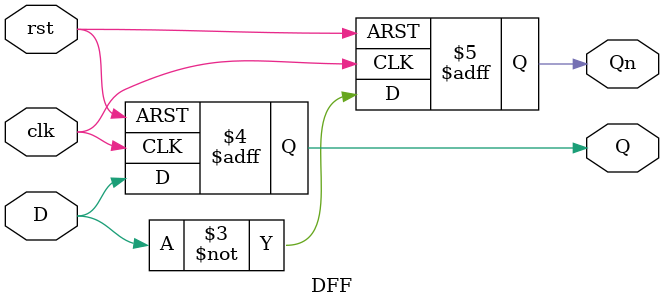
<source format=v>
module DFF(Q,Qn,clk,rst,D);
input clk, rst, D;
output reg Q,Qn;
always@(posedge clk,posedge rst)
if(rst!=0)
begin
Q <= 1'b0;
Qn <= 1'b1;
end
else
begin
Q <= D;
Qn <= ~D;
end
endmodule

</source>
